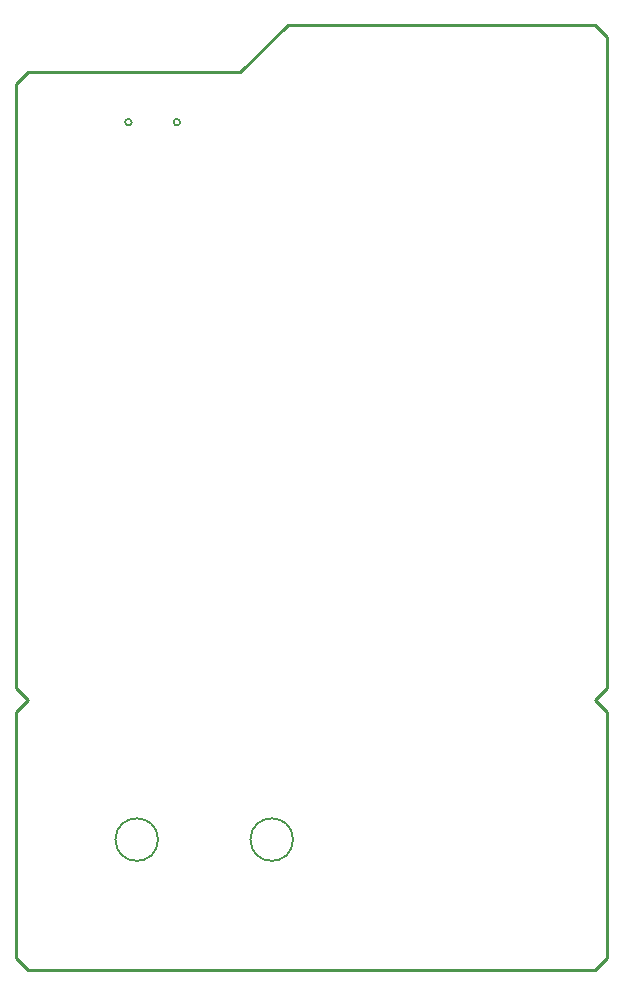
<source format=gko>
%FSLAX25Y25*%
%MOIN*%
G70*
G01*
G75*
G04 Layer_Color=16711935*
%ADD10C,0.00700*%
%ADD11C,0.01000*%
%ADD12C,0.01700*%
%ADD13C,0.01500*%
%ADD14C,0.02000*%
%ADD15R,0.05906X0.09055*%
%ADD16R,0.05906X0.09449*%
%ADD17O,0.01181X0.08268*%
%ADD18O,0.08268X0.01181*%
%ADD19R,0.05000X0.08000*%
%ADD20R,0.03000X0.02500*%
%ADD21R,0.02500X0.03000*%
%ADD22R,0.06000X0.04921*%
G04:AMPARAMS|DCode=23|XSize=25mil|YSize=30mil|CornerRadius=0mil|HoleSize=0mil|Usage=FLASHONLY|Rotation=225.000|XOffset=0mil|YOffset=0mil|HoleType=Round|Shape=Rectangle|*
%AMROTATEDRECTD23*
4,1,4,-0.00177,0.01945,0.01945,-0.00177,0.00177,-0.01945,-0.01945,0.00177,-0.00177,0.01945,0.0*
%
%ADD23ROTATEDRECTD23*%

G04:AMPARAMS|DCode=24|XSize=25mil|YSize=30mil|CornerRadius=0mil|HoleSize=0mil|Usage=FLASHONLY|Rotation=315.000|XOffset=0mil|YOffset=0mil|HoleType=Round|Shape=Rectangle|*
%AMROTATEDRECTD24*
4,1,4,-0.01945,-0.00177,0.00177,0.01945,0.01945,0.00177,-0.00177,-0.01945,-0.01945,-0.00177,0.0*
%
%ADD24ROTATEDRECTD24*%

%ADD25R,0.07087X0.06299*%
%ADD26R,0.05118X0.02165*%
G04:AMPARAMS|DCode=27|XSize=11.81mil|YSize=82.68mil|CornerRadius=0mil|HoleSize=0mil|Usage=FLASHONLY|Rotation=225.000|XOffset=0mil|YOffset=0mil|HoleType=Round|Shape=Round|*
%AMOVALD27*
21,1,0.07087,0.01181,0.00000,0.00000,315.0*
1,1,0.01181,-0.02506,0.02506*
1,1,0.01181,0.02506,-0.02506*
%
%ADD27OVALD27*%

G04:AMPARAMS|DCode=28|XSize=11.81mil|YSize=82.68mil|CornerRadius=0mil|HoleSize=0mil|Usage=FLASHONLY|Rotation=315.000|XOffset=0mil|YOffset=0mil|HoleType=Round|Shape=Round|*
%AMOVALD28*
21,1,0.07087,0.01181,0.00000,0.00000,45.0*
1,1,0.01181,-0.02506,-0.02506*
1,1,0.01181,0.02506,0.02506*
%
%ADD28OVALD28*%

%ADD29R,0.04331X0.05512*%
%ADD30R,0.02756X0.06299*%
%ADD31R,0.04724X0.08661*%
%ADD32R,0.06299X0.05512*%
%ADD33R,0.01575X0.08465*%
G04:AMPARAMS|DCode=34|XSize=59.06mil|YSize=94.49mil|CornerRadius=0mil|HoleSize=0mil|Usage=FLASHONLY|Rotation=315.000|XOffset=0mil|YOffset=0mil|HoleType=Round|Shape=Rectangle|*
%AMROTATEDRECTD34*
4,1,4,-0.05429,-0.01253,0.01253,0.05429,0.05429,0.01253,-0.01253,-0.05429,-0.05429,-0.01253,0.0*
%
%ADD34ROTATEDRECTD34*%

G04:AMPARAMS|DCode=35|XSize=59.06mil|YSize=90.55mil|CornerRadius=0mil|HoleSize=0mil|Usage=FLASHONLY|Rotation=315.000|XOffset=0mil|YOffset=0mil|HoleType=Round|Shape=Rectangle|*
%AMROTATEDRECTD35*
4,1,4,-0.05289,-0.01114,0.01114,0.05289,0.05289,0.01114,-0.01114,-0.05289,-0.05289,-0.01114,0.0*
%
%ADD35ROTATEDRECTD35*%

%ADD36C,0.00500*%
%ADD37C,0.05906*%
%ADD38R,0.05906X0.05906*%
%ADD39R,0.05906X0.05906*%
%ADD40O,0.06200X0.08000*%
%ADD41C,0.09000*%
%ADD42C,0.07200*%
%ADD43R,0.06200X0.08000*%
%ADD44O,0.03937X0.06693*%
%ADD45C,0.17716*%
%ADD46C,0.02200*%
%ADD47C,0.05000*%
%ADD48C,0.03937*%
%ADD49C,0.00984*%
%ADD50C,0.02362*%
%ADD51C,0.00800*%
%ADD52C,0.00787*%
%ADD53C,0.01200*%
%ADD54R,0.08000X0.02000*%
%ADD55R,0.06706X0.09855*%
%ADD56R,0.06706X0.10249*%
%ADD57O,0.01981X0.09068*%
%ADD58O,0.09068X0.01981*%
%ADD59R,0.05800X0.08800*%
%ADD60R,0.03800X0.03300*%
%ADD61R,0.03300X0.03800*%
%ADD62R,0.06800X0.05721*%
G04:AMPARAMS|DCode=63|XSize=33mil|YSize=38mil|CornerRadius=0mil|HoleSize=0mil|Usage=FLASHONLY|Rotation=225.000|XOffset=0mil|YOffset=0mil|HoleType=Round|Shape=Rectangle|*
%AMROTATEDRECTD63*
4,1,4,-0.00177,0.02510,0.02510,-0.00177,0.00177,-0.02510,-0.02510,0.00177,-0.00177,0.02510,0.0*
%
%ADD63ROTATEDRECTD63*%

G04:AMPARAMS|DCode=64|XSize=33mil|YSize=38mil|CornerRadius=0mil|HoleSize=0mil|Usage=FLASHONLY|Rotation=315.000|XOffset=0mil|YOffset=0mil|HoleType=Round|Shape=Rectangle|*
%AMROTATEDRECTD64*
4,1,4,-0.02510,-0.00177,0.00177,0.02510,0.02510,0.00177,-0.00177,-0.02510,-0.02510,-0.00177,0.0*
%
%ADD64ROTATEDRECTD64*%

%ADD65R,0.07887X0.07099*%
%ADD66R,0.05918X0.02965*%
G04:AMPARAMS|DCode=67|XSize=19.81mil|YSize=90.68mil|CornerRadius=0mil|HoleSize=0mil|Usage=FLASHONLY|Rotation=225.000|XOffset=0mil|YOffset=0mil|HoleType=Round|Shape=Round|*
%AMOVALD67*
21,1,0.07087,0.01981,0.00000,0.00000,315.0*
1,1,0.01981,-0.02506,0.02506*
1,1,0.01981,0.02506,-0.02506*
%
%ADD67OVALD67*%

G04:AMPARAMS|DCode=68|XSize=19.81mil|YSize=90.68mil|CornerRadius=0mil|HoleSize=0mil|Usage=FLASHONLY|Rotation=315.000|XOffset=0mil|YOffset=0mil|HoleType=Round|Shape=Round|*
%AMOVALD68*
21,1,0.07087,0.01981,0.00000,0.00000,45.0*
1,1,0.01981,-0.02506,-0.02506*
1,1,0.01981,0.02506,0.02506*
%
%ADD68OVALD68*%

%ADD69R,0.05131X0.06312*%
%ADD70R,0.03556X0.07099*%
%ADD71R,0.05524X0.09461*%
%ADD72R,0.07099X0.06312*%
%ADD73R,0.02375X0.09265*%
G04:AMPARAMS|DCode=74|XSize=67.06mil|YSize=102.49mil|CornerRadius=0mil|HoleSize=0mil|Usage=FLASHONLY|Rotation=315.000|XOffset=0mil|YOffset=0mil|HoleType=Round|Shape=Rectangle|*
%AMROTATEDRECTD74*
4,1,4,-0.05994,-0.01253,0.01253,0.05994,0.05994,0.01253,-0.01253,-0.05994,-0.05994,-0.01253,0.0*
%
%ADD74ROTATEDRECTD74*%

G04:AMPARAMS|DCode=75|XSize=67.06mil|YSize=98.55mil|CornerRadius=0mil|HoleSize=0mil|Usage=FLASHONLY|Rotation=315.000|XOffset=0mil|YOffset=0mil|HoleType=Round|Shape=Rectangle|*
%AMROTATEDRECTD75*
4,1,4,-0.05855,-0.01114,0.01114,0.05855,0.05855,0.01114,-0.01114,-0.05855,-0.05855,-0.01114,0.0*
%
%ADD75ROTATEDRECTD75*%

%ADD76C,0.06706*%
%ADD77R,0.06706X0.06706*%
%ADD78R,0.06706X0.06706*%
%ADD79O,0.07000X0.08800*%
%ADD80C,0.09800*%
%ADD81C,0.08000*%
%ADD82R,0.07000X0.08800*%
%ADD83O,0.04737X0.07493*%
%ADD84C,0.18517*%
D10*
X-43846Y282535D02*
G03*
X-43846Y282535I-1083J0D01*
G01*
X-59988D02*
G03*
X-59988Y282535I-1083J0D01*
G01*
D11*
X-94425Y299213D02*
X-23733D01*
X-98425Y295213D02*
X-94425Y299213D01*
X-23733D02*
X-7973Y314973D01*
X94488D01*
X98425Y311036D01*
X98425Y3937D02*
Y86000D01*
X94488Y0D02*
X98425Y3937D01*
X-98425D02*
Y86075D01*
Y3937D02*
X-94488Y0D01*
X94488D01*
X-98425Y93932D02*
Y295213D01*
Y86075D02*
X-94500Y90000D01*
X-98425Y93925D02*
X-94500Y90000D01*
X94500D02*
X98425Y93925D01*
Y86000D02*
Y86075D01*
X94500Y90000D02*
X98425Y86075D01*
X98425Y93939D02*
Y311036D01*
D36*
X-51222Y43400D02*
G03*
X-51222Y43400I-7080J0D01*
G01*
X-6222D02*
G03*
X-6222Y43400I-7080J0D01*
G01*
M02*

</source>
